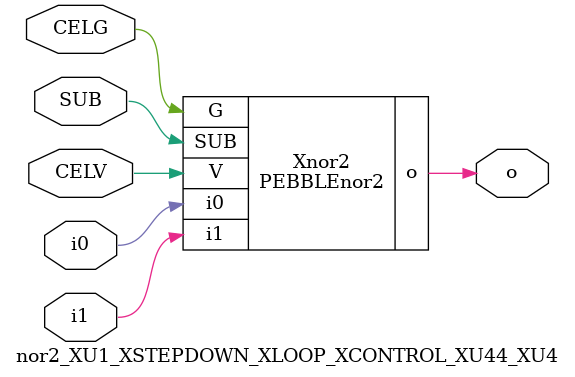
<source format=v>



module PEBBLEnor2 ( o, G, SUB, V, i0, i1 );

  input i0;
  input V;
  input i1;
  input G;
  output o;
  input SUB;
endmodule

//Celera Confidential Do Not Copy nor2_XU1_XSTEPDOWN_XLOOP_XCONTROL_XU44_XU4
//Celera Confidential Symbol Generator
//nor2
module nor2_XU1_XSTEPDOWN_XLOOP_XCONTROL_XU44_XU4 (CELV,CELG,i0,i1,o,SUB);
input CELV;
input CELG;
input i0;
input i1;
input SUB;
output o;

//Celera Confidential Do Not Copy nor2
PEBBLEnor2 Xnor2(
.V (CELV),
.i0 (i0),
.i1 (i1),
.o (o),
.SUB (SUB),
.G (CELG)
);
//,diesize,PEBBLEnor2

//Celera Confidential Do Not Copy Module End
//Celera Schematic Generator
endmodule

</source>
